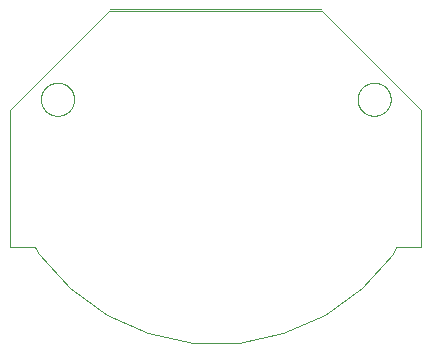
<source format=gbp>
G75*
%MOIN*%
%OFA0B0*%
%FSLAX25Y25*%
%IPPOS*%
%LPD*%
%AMOC8*
5,1,8,0,0,1.08239X$1,22.5*
%
%ADD10C,0.00000*%
D10*
X0037313Y0095543D02*
X0051223Y0089350D01*
X0066117Y0086184D01*
X0081344Y0086184D01*
X0096237Y0089350D01*
X0110148Y0095543D01*
X0122466Y0104493D01*
X0132655Y0115809D01*
X0133959Y0118069D01*
X0142234Y0118069D01*
X0142234Y0163738D01*
X0109163Y0196809D01*
X0038297Y0196809D01*
X0005226Y0163738D01*
X0005226Y0118069D01*
X0013501Y0118069D01*
X0014806Y0115809D01*
X0024994Y0104493D01*
X0037313Y0095543D01*
X0015462Y0167301D02*
X0015464Y0167449D01*
X0015470Y0167597D01*
X0015480Y0167745D01*
X0015494Y0167892D01*
X0015512Y0168039D01*
X0015533Y0168185D01*
X0015559Y0168331D01*
X0015589Y0168476D01*
X0015622Y0168620D01*
X0015660Y0168763D01*
X0015701Y0168905D01*
X0015746Y0169046D01*
X0015794Y0169186D01*
X0015847Y0169325D01*
X0015903Y0169462D01*
X0015963Y0169597D01*
X0016026Y0169731D01*
X0016093Y0169863D01*
X0016164Y0169993D01*
X0016238Y0170121D01*
X0016315Y0170247D01*
X0016396Y0170371D01*
X0016480Y0170493D01*
X0016567Y0170612D01*
X0016658Y0170729D01*
X0016752Y0170844D01*
X0016848Y0170956D01*
X0016948Y0171066D01*
X0017050Y0171172D01*
X0017156Y0171276D01*
X0017264Y0171377D01*
X0017375Y0171475D01*
X0017488Y0171571D01*
X0017604Y0171663D01*
X0017722Y0171752D01*
X0017843Y0171837D01*
X0017966Y0171920D01*
X0018091Y0171999D01*
X0018218Y0172075D01*
X0018347Y0172147D01*
X0018478Y0172216D01*
X0018611Y0172281D01*
X0018746Y0172342D01*
X0018882Y0172400D01*
X0019019Y0172455D01*
X0019158Y0172505D01*
X0019299Y0172552D01*
X0019440Y0172595D01*
X0019583Y0172635D01*
X0019727Y0172670D01*
X0019871Y0172702D01*
X0020017Y0172729D01*
X0020163Y0172753D01*
X0020310Y0172773D01*
X0020457Y0172789D01*
X0020604Y0172801D01*
X0020752Y0172809D01*
X0020900Y0172813D01*
X0021048Y0172813D01*
X0021196Y0172809D01*
X0021344Y0172801D01*
X0021491Y0172789D01*
X0021638Y0172773D01*
X0021785Y0172753D01*
X0021931Y0172729D01*
X0022077Y0172702D01*
X0022221Y0172670D01*
X0022365Y0172635D01*
X0022508Y0172595D01*
X0022649Y0172552D01*
X0022790Y0172505D01*
X0022929Y0172455D01*
X0023066Y0172400D01*
X0023202Y0172342D01*
X0023337Y0172281D01*
X0023470Y0172216D01*
X0023601Y0172147D01*
X0023730Y0172075D01*
X0023857Y0171999D01*
X0023982Y0171920D01*
X0024105Y0171837D01*
X0024226Y0171752D01*
X0024344Y0171663D01*
X0024460Y0171571D01*
X0024573Y0171475D01*
X0024684Y0171377D01*
X0024792Y0171276D01*
X0024898Y0171172D01*
X0025000Y0171066D01*
X0025100Y0170956D01*
X0025196Y0170844D01*
X0025290Y0170729D01*
X0025381Y0170612D01*
X0025468Y0170493D01*
X0025552Y0170371D01*
X0025633Y0170247D01*
X0025710Y0170121D01*
X0025784Y0169993D01*
X0025855Y0169863D01*
X0025922Y0169731D01*
X0025985Y0169597D01*
X0026045Y0169462D01*
X0026101Y0169325D01*
X0026154Y0169186D01*
X0026202Y0169046D01*
X0026247Y0168905D01*
X0026288Y0168763D01*
X0026326Y0168620D01*
X0026359Y0168476D01*
X0026389Y0168331D01*
X0026415Y0168185D01*
X0026436Y0168039D01*
X0026454Y0167892D01*
X0026468Y0167745D01*
X0026478Y0167597D01*
X0026484Y0167449D01*
X0026486Y0167301D01*
X0026484Y0167153D01*
X0026478Y0167005D01*
X0026468Y0166857D01*
X0026454Y0166710D01*
X0026436Y0166563D01*
X0026415Y0166417D01*
X0026389Y0166271D01*
X0026359Y0166126D01*
X0026326Y0165982D01*
X0026288Y0165839D01*
X0026247Y0165697D01*
X0026202Y0165556D01*
X0026154Y0165416D01*
X0026101Y0165277D01*
X0026045Y0165140D01*
X0025985Y0165005D01*
X0025922Y0164871D01*
X0025855Y0164739D01*
X0025784Y0164609D01*
X0025710Y0164481D01*
X0025633Y0164355D01*
X0025552Y0164231D01*
X0025468Y0164109D01*
X0025381Y0163990D01*
X0025290Y0163873D01*
X0025196Y0163758D01*
X0025100Y0163646D01*
X0025000Y0163536D01*
X0024898Y0163430D01*
X0024792Y0163326D01*
X0024684Y0163225D01*
X0024573Y0163127D01*
X0024460Y0163031D01*
X0024344Y0162939D01*
X0024226Y0162850D01*
X0024105Y0162765D01*
X0023982Y0162682D01*
X0023857Y0162603D01*
X0023730Y0162527D01*
X0023601Y0162455D01*
X0023470Y0162386D01*
X0023337Y0162321D01*
X0023202Y0162260D01*
X0023066Y0162202D01*
X0022929Y0162147D01*
X0022790Y0162097D01*
X0022649Y0162050D01*
X0022508Y0162007D01*
X0022365Y0161967D01*
X0022221Y0161932D01*
X0022077Y0161900D01*
X0021931Y0161873D01*
X0021785Y0161849D01*
X0021638Y0161829D01*
X0021491Y0161813D01*
X0021344Y0161801D01*
X0021196Y0161793D01*
X0021048Y0161789D01*
X0020900Y0161789D01*
X0020752Y0161793D01*
X0020604Y0161801D01*
X0020457Y0161813D01*
X0020310Y0161829D01*
X0020163Y0161849D01*
X0020017Y0161873D01*
X0019871Y0161900D01*
X0019727Y0161932D01*
X0019583Y0161967D01*
X0019440Y0162007D01*
X0019299Y0162050D01*
X0019158Y0162097D01*
X0019019Y0162147D01*
X0018882Y0162202D01*
X0018746Y0162260D01*
X0018611Y0162321D01*
X0018478Y0162386D01*
X0018347Y0162455D01*
X0018218Y0162527D01*
X0018091Y0162603D01*
X0017966Y0162682D01*
X0017843Y0162765D01*
X0017722Y0162850D01*
X0017604Y0162939D01*
X0017488Y0163031D01*
X0017375Y0163127D01*
X0017264Y0163225D01*
X0017156Y0163326D01*
X0017050Y0163430D01*
X0016948Y0163536D01*
X0016848Y0163646D01*
X0016752Y0163758D01*
X0016658Y0163873D01*
X0016567Y0163990D01*
X0016480Y0164109D01*
X0016396Y0164231D01*
X0016315Y0164355D01*
X0016238Y0164481D01*
X0016164Y0164609D01*
X0016093Y0164739D01*
X0016026Y0164871D01*
X0015963Y0165005D01*
X0015903Y0165140D01*
X0015847Y0165277D01*
X0015794Y0165416D01*
X0015746Y0165556D01*
X0015701Y0165697D01*
X0015660Y0165839D01*
X0015622Y0165982D01*
X0015589Y0166126D01*
X0015559Y0166271D01*
X0015533Y0166417D01*
X0015512Y0166563D01*
X0015494Y0166710D01*
X0015480Y0166857D01*
X0015470Y0167005D01*
X0015464Y0167153D01*
X0015462Y0167301D01*
X0038612Y0197518D02*
X0108691Y0197518D01*
X0120994Y0167301D02*
X0120996Y0167449D01*
X0121002Y0167597D01*
X0121012Y0167745D01*
X0121026Y0167892D01*
X0121044Y0168039D01*
X0121065Y0168185D01*
X0121091Y0168331D01*
X0121121Y0168476D01*
X0121154Y0168620D01*
X0121192Y0168763D01*
X0121233Y0168905D01*
X0121278Y0169046D01*
X0121326Y0169186D01*
X0121379Y0169325D01*
X0121435Y0169462D01*
X0121495Y0169597D01*
X0121558Y0169731D01*
X0121625Y0169863D01*
X0121696Y0169993D01*
X0121770Y0170121D01*
X0121847Y0170247D01*
X0121928Y0170371D01*
X0122012Y0170493D01*
X0122099Y0170612D01*
X0122190Y0170729D01*
X0122284Y0170844D01*
X0122380Y0170956D01*
X0122480Y0171066D01*
X0122582Y0171172D01*
X0122688Y0171276D01*
X0122796Y0171377D01*
X0122907Y0171475D01*
X0123020Y0171571D01*
X0123136Y0171663D01*
X0123254Y0171752D01*
X0123375Y0171837D01*
X0123498Y0171920D01*
X0123623Y0171999D01*
X0123750Y0172075D01*
X0123879Y0172147D01*
X0124010Y0172216D01*
X0124143Y0172281D01*
X0124278Y0172342D01*
X0124414Y0172400D01*
X0124551Y0172455D01*
X0124690Y0172505D01*
X0124831Y0172552D01*
X0124972Y0172595D01*
X0125115Y0172635D01*
X0125259Y0172670D01*
X0125403Y0172702D01*
X0125549Y0172729D01*
X0125695Y0172753D01*
X0125842Y0172773D01*
X0125989Y0172789D01*
X0126136Y0172801D01*
X0126284Y0172809D01*
X0126432Y0172813D01*
X0126580Y0172813D01*
X0126728Y0172809D01*
X0126876Y0172801D01*
X0127023Y0172789D01*
X0127170Y0172773D01*
X0127317Y0172753D01*
X0127463Y0172729D01*
X0127609Y0172702D01*
X0127753Y0172670D01*
X0127897Y0172635D01*
X0128040Y0172595D01*
X0128181Y0172552D01*
X0128322Y0172505D01*
X0128461Y0172455D01*
X0128598Y0172400D01*
X0128734Y0172342D01*
X0128869Y0172281D01*
X0129002Y0172216D01*
X0129133Y0172147D01*
X0129262Y0172075D01*
X0129389Y0171999D01*
X0129514Y0171920D01*
X0129637Y0171837D01*
X0129758Y0171752D01*
X0129876Y0171663D01*
X0129992Y0171571D01*
X0130105Y0171475D01*
X0130216Y0171377D01*
X0130324Y0171276D01*
X0130430Y0171172D01*
X0130532Y0171066D01*
X0130632Y0170956D01*
X0130728Y0170844D01*
X0130822Y0170729D01*
X0130913Y0170612D01*
X0131000Y0170493D01*
X0131084Y0170371D01*
X0131165Y0170247D01*
X0131242Y0170121D01*
X0131316Y0169993D01*
X0131387Y0169863D01*
X0131454Y0169731D01*
X0131517Y0169597D01*
X0131577Y0169462D01*
X0131633Y0169325D01*
X0131686Y0169186D01*
X0131734Y0169046D01*
X0131779Y0168905D01*
X0131820Y0168763D01*
X0131858Y0168620D01*
X0131891Y0168476D01*
X0131921Y0168331D01*
X0131947Y0168185D01*
X0131968Y0168039D01*
X0131986Y0167892D01*
X0132000Y0167745D01*
X0132010Y0167597D01*
X0132016Y0167449D01*
X0132018Y0167301D01*
X0132016Y0167153D01*
X0132010Y0167005D01*
X0132000Y0166857D01*
X0131986Y0166710D01*
X0131968Y0166563D01*
X0131947Y0166417D01*
X0131921Y0166271D01*
X0131891Y0166126D01*
X0131858Y0165982D01*
X0131820Y0165839D01*
X0131779Y0165697D01*
X0131734Y0165556D01*
X0131686Y0165416D01*
X0131633Y0165277D01*
X0131577Y0165140D01*
X0131517Y0165005D01*
X0131454Y0164871D01*
X0131387Y0164739D01*
X0131316Y0164609D01*
X0131242Y0164481D01*
X0131165Y0164355D01*
X0131084Y0164231D01*
X0131000Y0164109D01*
X0130913Y0163990D01*
X0130822Y0163873D01*
X0130728Y0163758D01*
X0130632Y0163646D01*
X0130532Y0163536D01*
X0130430Y0163430D01*
X0130324Y0163326D01*
X0130216Y0163225D01*
X0130105Y0163127D01*
X0129992Y0163031D01*
X0129876Y0162939D01*
X0129758Y0162850D01*
X0129637Y0162765D01*
X0129514Y0162682D01*
X0129389Y0162603D01*
X0129262Y0162527D01*
X0129133Y0162455D01*
X0129002Y0162386D01*
X0128869Y0162321D01*
X0128734Y0162260D01*
X0128598Y0162202D01*
X0128461Y0162147D01*
X0128322Y0162097D01*
X0128181Y0162050D01*
X0128040Y0162007D01*
X0127897Y0161967D01*
X0127753Y0161932D01*
X0127609Y0161900D01*
X0127463Y0161873D01*
X0127317Y0161849D01*
X0127170Y0161829D01*
X0127023Y0161813D01*
X0126876Y0161801D01*
X0126728Y0161793D01*
X0126580Y0161789D01*
X0126432Y0161789D01*
X0126284Y0161793D01*
X0126136Y0161801D01*
X0125989Y0161813D01*
X0125842Y0161829D01*
X0125695Y0161849D01*
X0125549Y0161873D01*
X0125403Y0161900D01*
X0125259Y0161932D01*
X0125115Y0161967D01*
X0124972Y0162007D01*
X0124831Y0162050D01*
X0124690Y0162097D01*
X0124551Y0162147D01*
X0124414Y0162202D01*
X0124278Y0162260D01*
X0124143Y0162321D01*
X0124010Y0162386D01*
X0123879Y0162455D01*
X0123750Y0162527D01*
X0123623Y0162603D01*
X0123498Y0162682D01*
X0123375Y0162765D01*
X0123254Y0162850D01*
X0123136Y0162939D01*
X0123020Y0163031D01*
X0122907Y0163127D01*
X0122796Y0163225D01*
X0122688Y0163326D01*
X0122582Y0163430D01*
X0122480Y0163536D01*
X0122380Y0163646D01*
X0122284Y0163758D01*
X0122190Y0163873D01*
X0122099Y0163990D01*
X0122012Y0164109D01*
X0121928Y0164231D01*
X0121847Y0164355D01*
X0121770Y0164481D01*
X0121696Y0164609D01*
X0121625Y0164739D01*
X0121558Y0164871D01*
X0121495Y0165005D01*
X0121435Y0165140D01*
X0121379Y0165277D01*
X0121326Y0165416D01*
X0121278Y0165556D01*
X0121233Y0165697D01*
X0121192Y0165839D01*
X0121154Y0165982D01*
X0121121Y0166126D01*
X0121091Y0166271D01*
X0121065Y0166417D01*
X0121044Y0166563D01*
X0121026Y0166710D01*
X0121012Y0166857D01*
X0121002Y0167005D01*
X0120996Y0167153D01*
X0120994Y0167301D01*
M02*

</source>
